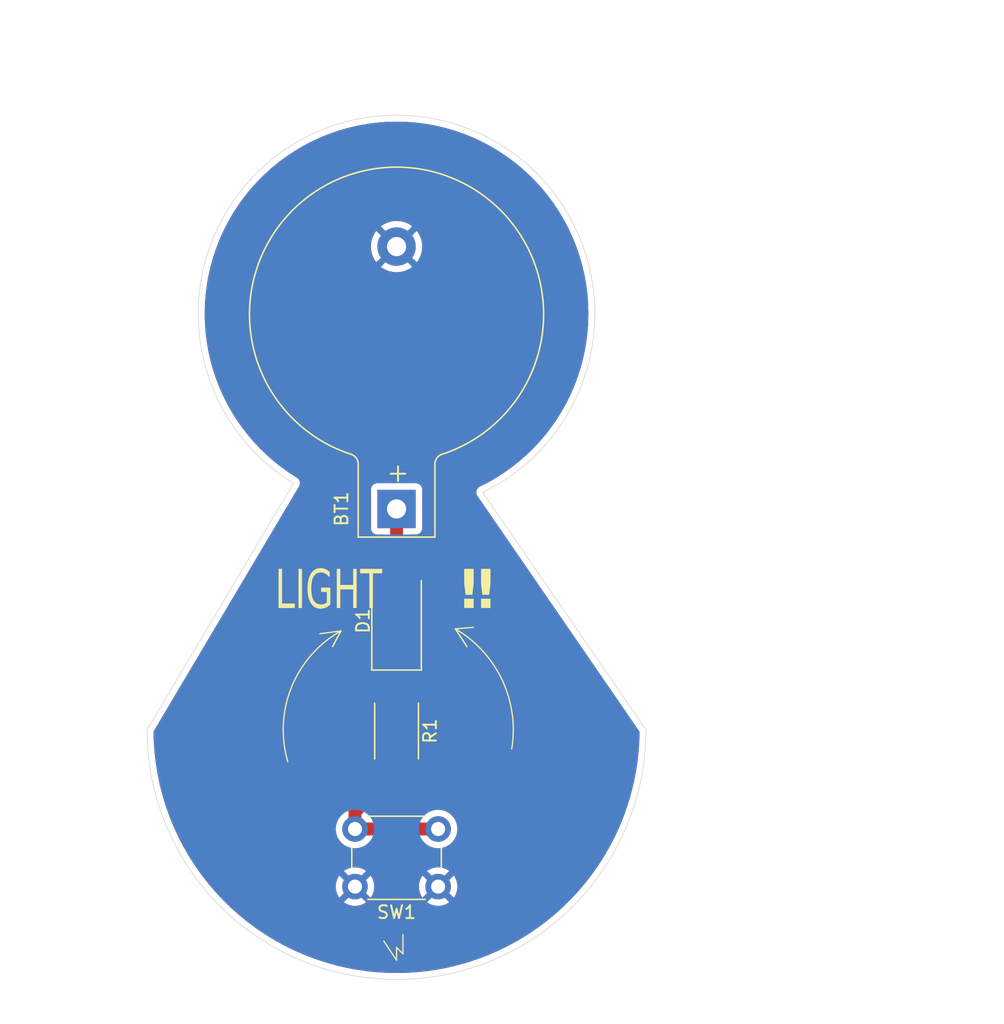
<source format=kicad_pcb>
(kicad_pcb (version 20240108) (generator "pcbnew") (generator_version "8.0")
  (layers (0 "F.Cu" signal) (31 "B.Cu" signal) (34 "B.Paste" user) (35 "F.Paste" user) (36 "B.SilkS" user "B.Silkscreen") (37 "F.SilkS" user "F.Silkscreen") (38 "B.Mask" user) (39 "F.Mask" user) (44 "Edge.Cuts" user))
  (net 0 "")
  (net 1 "GND")
  (net 2 "Net-(BT1-+)")
  (net 3 "Net-(D1-K)")
  (net 4 "Net-(SW1-B)")
  (footprint "Battery:BatteryHolder_Keystone_103_1x20mm" (layer "F.Cu") (at 104.999999 71.750001 90)
    (property "Reference" "BT1" (at 0 -4.3 270) (layer "F.SilkS"))
    (property "Value" "Battery_Cell")
    (fp_line (start -2.2 -3) (end 3.5 -3) (stroke (width 0.12)) (layer "F.SilkS"))
    (fp_line (start -2.2 3) (end -2.2 -3) (stroke (width 0.12)) (layer "F.SilkS"))
    (fp_line (start -2.2 3) (end 3.5 3) (stroke (width 0.12)) (layer "F.SilkS"))
    (fp_arc (start 4.25 -3.5) (mid 3.950694 -3.136459) (end 3.5 -3) (stroke (width 0.12)) (layer "F.SilkS"))
    (fp_arc (start 4.25 -3.5) (mid 16.971103 -11.358466) (end 26.695671 0) (stroke (width 0.12)) (layer "F.SilkS"))
    (fp_arc (start 26.695671 0) (mid 16.971103 11.358466) (end 4.25 3.5) (stroke (width 0.12)) (layer "F.SilkS"))
    (fp_arc (start 3.5 3) (mid 3.950694 3.136459) (end 4.25 3.5) (stroke (width 0.12)) (layer "F.SilkS"))
    (fp_text user "+" (at 2.75 0 270) (layer "F.SilkS") (effects (font (size 1.5 1.5))))
    (pad "1" thru_hole rect (at 0 0 90) (size 3 3) (drill 1.5) (layers "*.Cu" "*.Mask") (net 2 "Net-(BT1-+)"))
    (pad "2" thru_hole circle (at 20.49 0 90) (size 3 3) (drill 1.5) (layers "*.Cu" "*.Mask") (net 1 "GND"))
  )
  (footprint "LED_SMD:LED_2512_6332Metric" (layer "F.Cu") (at 105 80.5 90)
    (property "Reference" "D1" (at 0 -2.62 270) (layer "F.SilkS"))
    (property "Value" "LED")
    (fp_line (start 3.15 -1.935) (end -3.835 -1.935) (stroke (width 0.12)) (layer "F.SilkS"))
    (fp_line (start -3.835 -1.935) (end -3.835 1.935) (stroke (width 0.12)) (layer "F.SilkS"))
    (fp_line (start -3.835 1.935) (end 3.15 1.935) (stroke (width 0.12)) (layer "F.SilkS"))
    (pad "1" smd roundrect (at -2.9 0 90) (size 1.35 3.35) (layers "F.Cu" "F.Paste" "F.Mask") (roundrect_rratio 0.185185) (net 3 "Net-(D1-K)"))
    (pad "2" smd roundrect (at 2.9 0 90) (size 1.35 3.35) (layers "F.Cu" "F.Paste" "F.Mask") (roundrect_rratio 0.185185) (net 2 "Net-(BT1-+)"))
  )
  (footprint "Resistor_SMD:R_2512_6332Metric_Pad1.40x3.35mm_HandSolder" (layer "F.Cu") (at 105 89.1 -90)
    (property "Reference" "R1" (at 0 -2.62 90) (layer "F.SilkS"))
    (property "Value" "R_US")
    (fp_line (start -2.177064 1.71) (end 2.177064 1.71) (stroke (width 0.12)) (layer "F.SilkS"))
    (fp_line (start -2.177064 -1.71) (end 2.177064 -1.71) (stroke (width 0.12)) (layer "F.SilkS"))
    (pad "1" smd roundrect (at -3.05 0 270) (size 1.4 3.35) (layers "F.Cu" "F.Paste" "F.Mask") (roundrect_rratio 0.178571) (net 3 "Net-(D1-K)"))
    (pad "2" smd roundrect (at 3.05 0 270) (size 1.4 3.35) (layers "F.Cu" "F.Paste" "F.Mask") (roundrect_rratio 0.178571) (net 4 "Net-(SW1-B)"))
  )
  (footprint "Button_Switch_THT:SW_PUSH_6mm" (layer "F.Cu") (at 108.25 101.25 180)
    (property "Reference" "SW1" (at 3.25 -2 180) (layer "F.SilkS"))
    (property "Value" "SW_SPST")
    (fp_line (start 6.75 3) (end 6.75 1.5) (stroke (width 0.12)) (layer "F.SilkS"))
    (fp_line (start 5.5 -1) (end 1 -1) (stroke (width 0.12)) (layer "F.SilkS"))
    (fp_line (start 1 5.5) (end 5.5 5.5) (stroke (width 0.12)) (layer "F.SilkS"))
    (fp_line (start -0.25 1.5) (end -0.25 3) (stroke (width 0.12)) (layer "F.SilkS"))
    (pad "1" thru_hole circle (at 0 0 270) (size 2 2) (drill 1.1) (layers "*.Cu" "*.Mask") (net 1 "GND"))
    (pad "1" thru_hole circle (at 6.5 0 270) (size 2 2) (drill 1.1) (layers "*.Cu" "*.Mask") (net 1 "GND"))
    (pad "2" thru_hole circle (at 0 4.5 270) (size 2 2) (drill 1.1) (layers "*.Cu" "*.Mask") (net 4 "Net-(SW1-B)"))
    (pad "2" thru_hole circle (at 6.5 4.5 270) (size 2 2) (drill 1.1) (layers "*.Cu" "*.Mask") (net 4 "Net-(SW1-B)"))
  )
  (gr_line (start 110.5 82.5) (end 109.597391 81.118758) (stroke (width 0.1)) (layer "F.SilkS"))
  (gr_line (start 100 82.5) (end 100.656275 81.277822) (stroke (width 0.1)) (layer "F.SilkS"))
  (gr_line (start 105 107) (end 105 106) (stroke (width 0.1)) (layer "F.SilkS"))
  (gr_line (start 109.597391 81.118758) (end 111 81) (stroke (width 0.1)) (layer "F.SilkS"))
  (gr_line (start 105.5 106.5) (end 105.5 105) (stroke (width 0.1)) (layer "F.SilkS"))
  (gr_arc (start 109.597391 81.118758) (mid 113.259793 85.123687) (end 113.999999 90.5) (stroke (width 0.1)) (layer "F.SilkS"))
  (gr_line (start 109.597391 81.118758) (end 110.5 82.5) (stroke (width 0.1)) (layer "F.SilkS"))
  (gr_line (start 104 105.5) (end 105 107) (stroke (width 0.1)) (layer "F.SilkS"))
  (gr_line (start 105 106) (end 105.5 106.5) (stroke (width 0.1)) (layer "F.SilkS"))
  (gr_arc (start 96.500001 91.5) (mid 96.79247 85.66287) (end 100.656275 81.277822) (stroke (width 0.1)) (layer "F.SilkS"))
  (gr_line (start 100.656275 81.277822) (end 99 81.5) (stroke (width 0.1)) (layer "F.SilkS"))
  (gr_line (start 100.656275 81.277822) (end 100 82.5) (stroke (width 0.1)) (layer "F.SilkS"))
  (gr_arc (start 120.5 56.5) (mid 118.128185 64.740192) (end 111.738611 70.45855) (stroke (width 0.05)) (layer "Edge.Cuts"))
  (gr_arc (start 89.5 56.5) (mid 105 41) (end 120.5 56.5) (stroke (width 0.05)) (layer "Edge.Cuts"))
  (gr_arc (start 124.5 89) (mid 105 108.5) (end 85.5 89) (stroke (width 0.05)) (layer "Edge.Cuts"))
  (gr_arc (start 96.940822 69.740078) (mid 91.487649 64.093838) (end 89.5 56.5) (stroke (width 0.05)) (layer "Edge.Cuts"))
  (gr_line (start 96.940822 69.740078) (end 85.5 89) (stroke (width 0.05)) (layer "Edge.Cuts"))
  (gr_line (start 111.738611 70.45855) (end 124.5 89) (stroke (width 0.05)) (layer "Edge.Cuts"))
  (gr_text "‼️" (at 110 80 0) (layer "F.SilkS") (effects (font (size 3 3) (thickness 0.4) (bold yes)) (justify left bottom)))
  (gr_text "LIGHT" (at 95.5 80 0) (layer "F.SilkS") (effects (font (size 3 2) (thickness 0.1)) (justify left bottom)))
  (segment (start 105.011265 77.588735) (end 105 77.6) (width 0.2) (layer "F.Cu") (net 2))
  (segment (start 105 77.6) (end 104.999999 71.750001) (width 1.016) (layer "F.Cu") (net 2))
  (segment (start 105 77.57747) (end 105.011265 77.588735) (width 1.016) (layer "F.Cu") (net 2))
  (segment (start 105 83.4) (end 105 86.05) (width 1.016) (layer "F.Cu") (net 3))
  (segment (start 105 92.15) (end 101.75 95.4) (width 1.016) (layer "F.Cu") (net 4))
  (segment (start 101.75 96.75) (end 108.25 96.75) (width 1.016) (layer "F.Cu") (net 4))
  (segment (start 101.75 95.4) (end 101.75 96.75) (width 1.016) (layer "F.Cu") (net 4))
  (zone (net 1) (net_name "GND") (layers "F&B.Cu") (connect_pads (clearance 0.5)) (min_thickness 0.25) (fill yes (thermal_gap 0.5) (thermal_bridge_width 0.5))
    (polygon (pts (xy 74 40) (xy 152.5 32) (xy 145 111.5) (xy 80 112)))
  )
)
</source>
